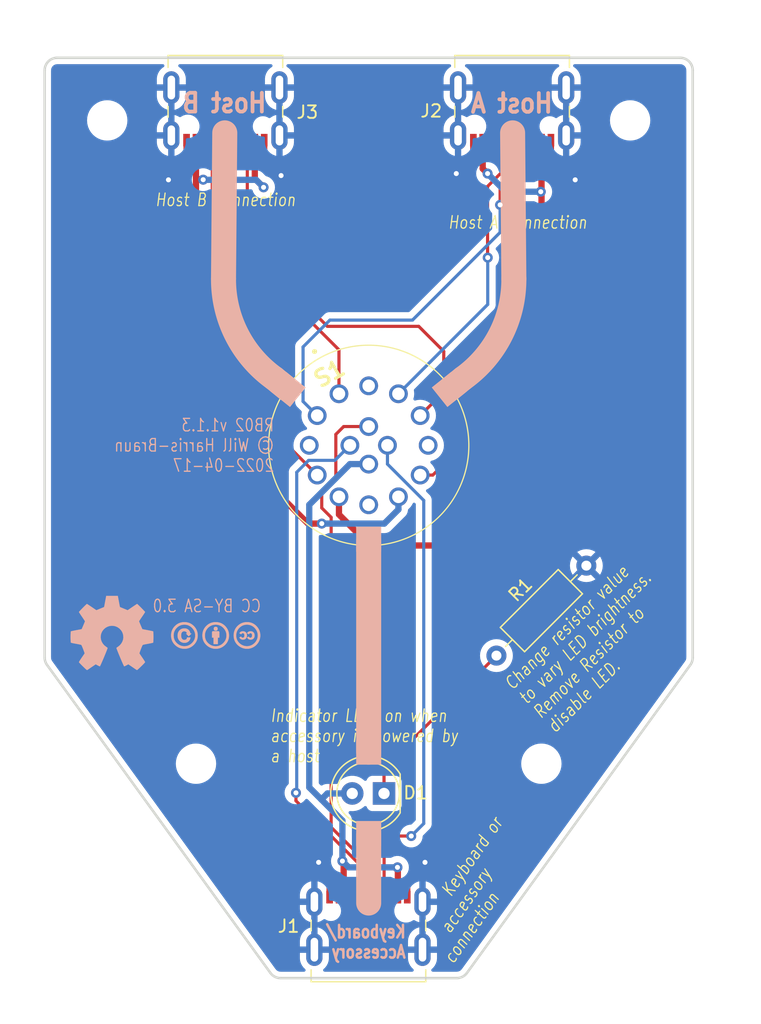
<source format=kicad_pcb>
(kicad_pcb (version 20211014) (generator pcbnew)
  (layers (0 "F.Cu" signal) (31 "B.Cu" signal) (34 "B.Paste" user) (35 "F.Paste" user) (36 "B.SilkS" user "B.Silkscreen") (37 "F.SilkS" user "F.Silkscreen") (38 "B.Mask" user) (39 "F.Mask" user) (44 "Edge.Cuts" user))
  (net 0 "")
  (net 1 "Net-(D1-Pad1)")
  (net 2 "/VBUS A")
  (net 3 "/VBUS B")
  (net 4 "/Common Ground")
  (net 5 "/VBUS in")
  (net 6 "/CC in")
  (net 8 "/D+ in")
  (net 10 "/D- in")
  (net 15 "/CC A")
  (net 16 "/D+ A")
  (net 17 "/D- A")
  (net 18 "/D- B")
  (net 19 "/D+ B")
  (net 20 "/CC B")
  (footprint "MountingHole:MountingHole_2.2mm_M2" (layer "F.Cu") (at 163.79902 119.624214)
    (fp_text reference "REF**" hide)
    (fp_text value "MountingHole_2.2mm_M2" hide)
  )
  (footprint "LED_THT:LED_D5.0mm_Clear" (layer "F.Cu") (at 151.225 122 180)
    (fp_text reference "D1")
    (fp_text value "LED")
  )
  (footprint "Library:USB_C_Receptacle_JAE_DX07S016JA1R1500_AislerCompatible" (layer "F.Cu") (at 149.98 133.325)
    (fp_text reference "J1")
    (fp_text value "IN")
  )
  (footprint "MountingHole:MountingHole_2.2mm_M2" (layer "F.Cu") (at 136.20098 119.624214)
    (fp_text reference "REF**" hide)
    (fp_text value "MountingHole_2.2mm_M2" hide)
  )
  (footprint "MountingHole:MountingHole_2.2mm_M2" (layer "F.Cu") (at 129.108686 68.254719)
    (fp_text reference "REF**" hide)
    (fp_text value "MountingHole_2.2mm_M2" hide)
  )
  (footprint "Resistor_THT:R_Axial_DIN0207_L6.3mm_D2.5mm_P10.16mm_Horizontal" (layer "F.Cu") (at 160.207898 110.992103 45)
    (fp_text reference "R1")
    (fp_text value "5.1K")
  )
  (footprint "Library:Rotary_Switch_NKK_MRA403-BB_2-3" (layer "F.Cu") (at 150 94.2 30)
    (fp_text reference "S1")
    (fp_text value "MRA403" hide)
  )
  (footprint "MountingHole:MountingHole_2.2mm_M2" (layer "F.Cu") (at 170.891314 68.254719)
    (fp_text reference "REF**" hide)
    (fp_text value "MountingHole_2.2mm_M2" hide)
  )
  (footprint "Library:USB_C_Receptacle_JAE_DX07S016JA1R1500_AislerCompatible" (layer "F.Cu") (at 138.55 66.78 180)
    (fp_text reference "J3")
    (fp_text value "Out B")
  )
  (footprint "Library:USB_C_Receptacle_JAE_DX07S016JA1R1500_AislerCompatible" (layer "F.Cu") (at 161.46 66.78 180)
    (fp_text reference "J2")
    (fp_text value "Out A")
  )
  (footprint "Symbol:OSHW-Symbol_6.7x6mm_SilkScreen" (layer "B.Cu") (at 129.5 109.2 180)
    (fp_text reference "REF**" hide)
    (fp_text value "OSHW-Symbol_6.7x6mm_SilkScreen" hide)
  )
  (gr_poly (pts (xy 135.222296 108.325568) (xy 135.168383 108.329179) (xy 135.115533 108.335196) (xy 135.063745 108.34362) (xy 135.013019 108.35445) (xy 134.963356 108.367688) (xy 134.914755 108.383332) (xy 134.867216 108.401384) (xy 134.820739 108.421842) (xy 134.775324 108.444706) (xy 134.730971 108.469978) (xy 134.687679 108.497657) (xy 134.645449 108.527742) (xy 134.60428 108.560234) (xy 134.564173 108.595133) (xy 134.525127 108.632439) (xy 134.487832 108.671251) (xy 134.452941 108.71114) (xy 134.420454 108.752106) (xy 134.390372 108.794148) (xy 134.362695 108.837268) (xy 134.337423 108.881465) (xy 134.314556 108.926739) (xy 134.294096 108.97309) (xy 134.276041 109.020519) (xy 134.260393 109.069026) (xy 134.247151 109.11861) (xy 134.236316 109.169272) (xy 134.227889 109.221011) (xy 134.221869 109.273829) (xy 134.218257 109.327724) (xy 134.217052 109.382698) (xy 134.218234 109.437661) (xy 134.221779 109.4915) (xy 134.227687 109.544214) (xy 134.235959 109.595804) (xy 134.246593 109.646271) (xy 134.259591 109.695614) (xy 134.274951 109.743833) (xy 134.292674 109.79093) (xy 134.312759 109.836903) (xy 134.335207 109.881755) (xy 134.360018 109.925484) (xy 134.387191 109.96809) (xy 134.416726 110.009575) (xy 134.448623 110.049939) (xy 134.482883 110.089181) (xy 134.519504 110.127302) (xy 134.559887 110.165293) (xy 134.601201 110.200832) (xy 134.643447 110.233921) (xy 134.686623 110.264559) (xy 134.730731 110.292745) (xy 134.775768 110.318481) (xy 134.821736 110.341766) (xy 134.868634 110.362599) (xy 134.916462 110.380982) (xy 134.96522 110.396913) (xy 135.014906 110.410394) (xy 135.065522 110.421423) (xy 135.117067 110.430002) (xy 135.16954 110.43613) (xy 135.222941 110.439806) (xy 135.277271 110.441032) (xy 135.330461 110.439813) (xy 135.382764 110.436159) (xy 135.434179 110.430068) (xy 135.484707 110.421541) (xy 135.534348 110.410578) (xy 135.583102 110.397178) (xy 135.630969 110.381343) (xy 135.677949 110.36307) (xy 135.724043 110.342362) (xy 135.769249 110.319217) (xy 135.813569 110.293636) (xy 135.857003 110.265619) (xy 135.89955 110.235165) (xy 135.941211 110.202276) (xy 135.981986 110.166949) (xy 136.021875 110.129187) (xy 136.059631 110.089733) (xy 136.094954 110.04932) (xy 136.127841 110.007948) (xy 136.158293 109.965617) (xy 136.186309 109.922325) (xy 136.21189 109.878074) (xy 136.235036 109.832863) (xy 136.255745 109.786692) (xy 136.274019 109.739561) (xy 136.289857 109.691468) (xy 136.303259 109.642415) (xy 136.314224 109.592401) (xy 136.322753 109.541426) (xy 136.328845 109.489489) (xy 136.3325 109.436591) (xy 136.333719 109.382731) (xy 136.333718 109.382698) (xy 136.142855 109.382698) (xy 136.141851 109.426497) (xy 136.13884 109.469526) (xy 136.133821 109.511785) (xy 136.126794 109.553276) (xy 136.11776 109.593998) (xy 136.106718 109.63395) (xy 136.093668 109.673135) (xy 136.078611 109.711551) (xy 136.061546 109.749198) (xy 136.042474 109.786078) (xy 136.021394 109.82219) (xy 135.998306 109.857534) (xy 135.973211 109.892111) (xy 135.946108 109.925921) (xy 135.916997 109.958964) (xy 135.885879 109.99124) (xy 135.853367 110.02237) (xy 135.820087 110.051489) (xy 135.78604 110.078599) (xy 135.751226 110.1037) (xy 135.715644 110.126792) (xy 135.679294 110.147875) (xy 135.642177 110.166948) (xy 135.604292 110.184014) (xy 135.565639 110.199071) (xy 135.526218 110.212119) (xy 135.48603 110.22316) (xy 135.445073 110.232193) (xy 135.403349 110.239218) (xy 135.360856 110.244236) (xy 135.317595 110.247246) (xy 135.273567 110.24825) (xy 135.229749 110.247238) (xy 135.186639 110.244205) (xy 135.144236 110.239149) (xy 135.10254 110.23207) (xy 135.061553 110.222969) (xy 135.021273 110.211845) (xy 134.981701 110.198699) (xy 134.942838 110.18353) (xy 134.904683 110.166338) (xy 134.867236 110.147124) (xy 134.830499 110.125886) (xy 134.79447 110.102626) (xy 134.759151 110.077343) (xy 134.724542 110.050036) (xy 134.690642 110.020707) (xy 134.657451 109.989355) (xy 134.627241 109.958638) (xy 134.598979 109.926962) (xy 134.572667 109.894326) (xy 134.548304 109.86073) (xy 134.525891 109.826174) (xy 134.505426 109.790658) (xy 134.486911 109.754183) (xy 134.470346 109.716747) (xy 134.455729 109.678352) (xy 134.443061 109.638996) (xy 134.432342 109.59868) (xy 134.423573 109.557404) (xy 134.416752 109.515168) (xy 134.41188 109.471972) (xy 134.408957 109.427815) (xy 134.407982 109.382698) (xy 134.408972 109.337791) (xy 134.41194 109.293769) (xy 134.416887 109.250631) (xy 134.423813 109.208379) (xy 134.432716 109.167011) (xy 134.443598 109.126529) (xy 134.456458 109.086931) (xy 134.471296 109.04822) (xy 134.488112 109.010393) (xy 134.506906 108.973453) (xy 134.527677 108.937398) (xy 134.550425 108.90223) (xy 134.57515 108.867948) (xy 134.601853 108.834552) (xy 134.630532 108.802042) (xy 134.661189 108.770419) (xy 134.693038 108.739512) (xy 134.725744 108.710601) (xy 134.759307 108.683685) (xy 134.793725 108.658765) (xy 134.829 108.635839) (xy 134.865131 108.614909) (xy 134.902118 108.595972) (xy 134.93996 108.579031) (xy 134.978659 108.564083) (xy 135.018213 108.551129) (xy 135.058622 108.540168) (xy 135.099887 108.531201) (xy 135.142008 108.524228) (xy 135.184984 108.519246) (xy 135.228815 108.516258) (xy 135.273501 108.515262) (xy 135.318185 108.516259) (xy 135.361998 108.519249) (xy 135.404939 108.524233) (xy 135.44701 108.531211) (xy 135.488209 108.540182) (xy 135.528538 108.551146) (xy 135.567995 108.564104) (xy 135.606582 108.579055) (xy 135.644298 108.596) (xy 135.681143 108.614938) (xy 135.717117 108.635869) (xy 135.75222 108.658793) (xy 135.786453 108.68371) (xy 135.819815 108.71062) (xy 135.852306 108.739523) (xy 135.883927 108.770419) (xy 135.915286 108.8036) (xy 135.94462 108.837459) (xy 135.971931 108.871996) (xy 135.997218 108.907211) (xy 136.020481 108.943105) (xy 136.041721 108.979676) (xy 136.060938 109.016926) (xy 136.078132 109.054855) (xy 136.093302 109.093461) (xy 136.106449 109.132746) (xy 136.117574 109.172709) (xy 136.126675 109.21335) (xy 136.133754 109.25467) (xy 136.13881 109.296668) (xy 136.141844 109.339344) (xy 136.142855 109.382698) (xy 136.333718 109.382698) (xy 136.3325 109.329088) (xy 136.328845 109.276346) (xy 136.322753 109.224503) (xy 136.314224 109.17356) (xy 136.303259 109.123518) (xy 136.289857 109.074375) (xy 136.274019 109.026133) (xy 136.255745 108.978791) (xy 136.235036 108.93235) (xy 136.21189 108.886808) (xy 136.186309 108.842168) (xy 136.158293 108.798427) (xy 136.127841 108.755588) (xy 136.094954 108.713649) (xy 136.059631 108.67261) (xy 136.021875 108.632472) (xy 135.982869 108.595161) (xy 135.942859 108.560256) (xy 135.901845 108.52776) (xy 135.859826 108.497671) (xy 135.816803 108.469989) (xy 135.772775 108.444715) (xy 135.727743 108.421847) (xy 135.681707 108.401388) (xy 135.634667 108.383335) (xy 135.586622 108.36769) (xy 135.537574 108.354451) (xy 135.487521 108.34362) (xy 135.436464 108.335196) (xy 135.384404 108.329179) (xy 135.331339 108.325568) (xy 135.277271 108.324365)) (layer "B.SilkS") (width 0.025) (fill solid))
  (gr_rect (start 151 117.7) (end 149 119.7) (layer "B.SilkS") (width 0) (fill solid))
  (gr_poly (pts (xy 137.766312 108.698731) (xy 137.757527 108.699168) (xy 137.74903 108.699897) (xy 137.740822 108.700917) (xy 137.732902 108.702228) (xy 137.72527 108.703832) (xy 137.717927 108.705726) (xy 137.710872 108.707913) (xy 137.704106 108.71039) (xy 137.697628 108.71316) (xy 137.691438 108.716221) (xy 137.685536 108.719573) (xy 137.679922 108.723217) (xy 137.674597 108.727153) (xy 137.66956 108.731381) (xy 137.664811 108.7359) (xy 137.660349 108.74071) (xy 137.656176 108.745813) (xy 137.652291 108.751207) (xy 137.648694 108.756892) (xy 137.645385 108.76287) (xy 137.642364 108.769139) (xy 137.63963 108.775699) (xy 137.637185 108.782552) (xy 137.635027 108.789696) (xy 137.633157 108.797132) (xy 137.631575 108.80486) (xy 137.630281 108.81288) (xy 137.629274 108.821191) (xy 137.628555 108.829794) (xy 137.628124 108.838689) (xy 137.62798 108.847876) (xy 137.628124 108.856944) (xy 137.628556 108.865724) (xy 137.629276 108.874217) (xy 137.630283 108.882421) (xy 137.631579 108.890338) (xy 137.633163 108.897967) (xy 137.635035 108.905308) (xy 137.637194 108.912362) (xy 137.639642 108.919127) (xy 137.642377 108.925605) (xy 137.6454 108.931795) (xy 137.648712 108.937697) (xy 137.652311 108.943311) (xy 137.656198 108.948637) (xy 137.660373 108.953676) (xy 137.664835 108.958427) (xy 137.669586 108.962889) (xy 137.674624 108.967064) (xy 137.679951 108.970951) (xy 137.685565 108.97455) (xy 137.691467 108.977861) (xy 137.697657 108.980885) (xy 137.704135 108.98362) (xy 137.7109 108.986068) (xy 137.717954 108.988227) (xy 137.725295 108.990099) (xy 137.732924 108.991683) (xy 137.740841 108.992978) (xy 137.749045 108.993986) (xy 137.757538 108.994706) (xy 137.766318 108.995138) (xy 137.775386 108.995282) (xy 137.784454 108.995138) (xy 137.793234 108.994706) (xy 137.801727 108.993986) (xy 137.809932 108.992978) (xy 137.81785 108.991683) (xy 137.82548 108.990099) (xy 137.832822 108.988227) (xy 137.839876 108.986068) (xy 137.846643 108.98362) (xy 137.853122 108.980885) (xy 137.859313 108.977861) (xy 137.865217 108.97455) (xy 137.870833 108.970951) (xy 137.87616 108.967064) (xy 137.8812 108.962889) (xy 137.885953 108.958427) (xy 137.890417 108.953676) (xy 137.894593 108.948637) (xy 137.898482 108.943311) (xy 137.902082 108.937697) (xy 137.905395 108.931795) (xy 137.90842 108.925605) (xy 137.911156 108.919127) (xy 137.913605 108.912362) (xy 137.915766 108.905308) (xy 137.917639 108.897967) (xy 137.919223 108.890338) (xy 137.92052 108.882421) (xy 137.921528 108.874217) (xy 137.922248 108.865724) (xy 137.922681 108.856944) (xy 137.922825 108.847876) (xy 137.922249 108.829805) (xy 137.92153 108.821206) (xy 137.920522 108.812899) (xy 137.919227 108.804882) (xy 137.917644 108.797157) (xy 137.915773 108.789723) (xy 137.913614 108.78258) (xy 137.911168 108.775728) (xy 137.908433 108.769168) (xy 137.90541 108.762899) (xy 137.9021 108.756921) (xy 137.898501 108.751235) (xy 137.894615 108.74584) (xy 137.89044 108.740736) (xy 137.885977 108.735924) (xy 137.881227 108.731404) (xy 137.876188 108.727175) (xy 137.870861 108.723237) (xy 137.865246 108.719591) (xy 137.859343 108.716236) (xy 137.853151 108.713173) (xy 137.846672 108.710402) (xy 137.839904 108.707922) (xy 137.832848 108.705734) (xy 137.825504 108.703837) (xy 137.817872 108.702233) (xy 137.809951 108.70092) (xy 137.801742 108.699898) (xy 137.793245 108.699169) (xy 137.78446 108.698731) (xy 137.775386 108.698585)) (layer "B.SilkS") (width 0.025) (fill solid))
  (gr_rect (start 149 126.2) (end 151 124.2) (layer "B.SilkS") (width 0) (fill solid))
  (gr_line (start 143.5 89.7) (end 142.45 88.85) (layer "B.SilkS") (width 2))
  (gr_line (start 150 101.8) (end 150 118.7) (layer "B.SilkS") (width 2))
  (gr_poly (pts (xy 156.598685 88.331702) (xy 155.037824 89.582187) (xy 156.288309 91.143048) (xy 157.84917 89.892563)) (layer "B.SilkS") (width 0) (fill solid))
  (gr_line (start 138.5 69.25) (end 138.4 80.9) (layer "B.SilkS") (width 2))
  (gr_rect (start 149 102.7) (end 151 100.7) (layer "B.SilkS") (width 0) (fill solid))
  (gr_line (start 157.55 88.85) (end 156.5 89.7) (layer "B.SilkS") (width 2))
  (gr_poly (pts (xy 137.72208 108.325561) (xy 137.667979 108.329148) (xy 137.614968 108.335126) (xy 137.563047 108.343497) (xy 137.512217 108.354259) (xy 137.462479 108.367412) (xy 137.413831 108.382958) (xy 137.366274 108.400896) (xy 137.319808 108.421226) (xy 137.274435 108.443947) (xy 137.230153 108.469062) (xy 137.186963 108.496568) (xy 137.144865 108.526468) (xy 137.10386 108.558759) (xy 137.063947 108.593444) (xy 137.025127 108.630521) (xy 136.987832 108.669562) (xy 136.952941 108.709665) (xy 136.920454 108.750831) (xy 136.890372 108.79306) (xy 136.862695 108.836351) (xy 136.837423 108.880706) (xy 136.814556 108.926123) (xy 136.794096 108.972602) (xy 136.776041 109.020145) (xy 136.760393 109.06875) (xy 136.747151 109.118418) (xy 136.736316 109.169149) (xy 136.727889 109.220942) (xy 136.721869 109.273798) (xy 136.718257 109.327717) (xy 136.717052 109.382698) (xy 136.718234 109.437869) (xy 136.721779 109.491873) (xy 136.727687 109.54471) (xy 136.735959 109.596379) (xy 136.746593 109.646881) (xy 136.759591 109.696216) (xy 136.774951 109.744384) (xy 136.792674 109.791384) (xy 136.812759 109.837218) (xy 136.835207 109.881885) (xy 136.860018 109.925385) (xy 136.887191 109.967718) (xy 136.916726 110.008885) (xy 136.948623 110.048884) (xy 136.982883 110.087717) (xy 137.019504 110.125384) (xy 137.060113 110.163609) (xy 137.101622 110.199367) (xy 137.144031 110.232659) (xy 137.187339 110.263484) (xy 137.231549 110.291844) (xy 137.276658 110.317737) (xy 137.322667 110.341163) (xy 137.369577 110.362124) (xy 137.417387 110.380618) (xy 137.466097 110.396647) (xy 137.515708 110.410209) (xy 137.56622 110.421305) (xy 137.617632 110.429936) (xy 137.669944 110.4361) (xy 137.723157 110.439799) (xy 137.777271 110.441032) (xy 137.830461 110.439813) (xy 137.882764 110.436158) (xy 137.934179 110.430065) (xy 137.984707 110.421536) (xy 138.034348 110.41057) (xy 138.083102 110.397168) (xy 138.130969 110.381329) (xy 138.177949 110.363054) (xy 138.224043 110.342342) (xy 138.269249 110.319195) (xy 138.313569 110.293611) (xy 138.357003 110.265591) (xy 138.39955 110.235135) (xy 138.441211 110.202244) (xy 138.481986 110.166917) (xy 138.521875 110.129154) (xy 138.559631 110.089694) (xy 138.594954 110.049276) (xy 138.627841 110.0079) (xy 138.658293 109.965565) (xy 138.686309 109.922271) (xy 138.71189 109.878018) (xy 138.735036 109.832806) (xy 138.755745 109.786634) (xy 138.774019 109.739503) (xy 138.789857 109.691412) (xy 138.803259 109.642361) (xy 138.814224 109.59235) (xy 138.822753 109.541378) (xy 138.828845 109.489446) (xy 138.8325 109.436552) (xy 138.833718 109.382731) (xy 138.642855 109.382731) (xy 138.641851 109.426304) (xy 138.63884 109.469138) (xy 138.633821 109.511234) (xy 138.626794 109.552592) (xy 138.61776 109.593211) (xy 138.606718 109.63309) (xy 138.593668 109.672231) (xy 138.578611 109.710633) (xy 138.561546 109.748295) (xy 138.542474 109.785217) (xy 138.521394 109.8214) (xy 138.498306 109.856842) (xy 138.473211 109.891544) (xy 138.446108 109.925506) (xy 138.416997 109.958727) (xy 138.385879 109.991207) (xy 138.353367 110.022336) (xy 138.320087 110.051456) (xy 138.28604 110.078566) (xy 138.251226 110.103667) (xy 138.215644 110.126759) (xy 138.179294 110.147841) (xy 138.142177 110.166915) (xy 138.104292 110.183981) (xy 138.065639 110.199037) (xy 138.026218 110.212086) (xy 137.98603 110.223127) (xy 137.945073 110.23216) (xy 137.903349 110.239185) (xy 137.860856 110.244203) (xy 137.817595 110.247213) (xy 137.773567 110.248216) (xy 137.729749 110.247206) (xy 137.686639 110.244174) (xy 137.644236 110.239121) (xy 137.60254 110.232046) (xy 137.561553 110.222949) (xy 137.521273 110.21183) (xy 137.481701 110.198687) (xy 137.442838 110.183522) (xy 137.404683 110.166333) (xy 137.367236 110.14712) (xy 137.330499 110.125883) (xy 137.29447 110.102621) (xy 137.259151 110.077334) (xy 137.224542 110.050022) (xy 137.190642 110.020685) (xy 137.157451 109.989322) (xy 137.127241 109.958826) (xy 137.098979 109.927341) (xy 137.072667 109.894867) (xy 137.048304 109.861403) (xy 137.025891 109.826951) (xy 137.005426 109.791509) (xy 136.986911 109.755077) (xy 136.970346 109.717657) (xy 136.955729 109.679246) (xy 136.943061 109.639847) (xy 136.932342 109.599457) (xy 136.923573 109.558078) (xy 136.916752 109.51571) (xy 136.91188 109.472351) (xy 136.908957 109.428003) (xy 136.907982 109.382665) (xy 136.908972 109.337967) (xy 136.91194 109.294111) (xy 136.916887 109.251097) (xy 136.923813 109.208925) (xy 136.932716 109.167595) (xy 136.943598 109.127106) (xy 136.956458 109.087459) (xy 136.971296 109.048654) (xy 136.988112 109.010689) (xy 137.006906 108.973565) (xy 137.027677 108.937282) (xy 137.050425 108.901839) (xy 137.07515 108.867236) (xy 137.101853 108.833474) (xy 137.130532 108.800551) (xy 137.161189 108.768468) (xy 137.193253 108.737806) (xy 137.226146 108.709123) (xy 137.259866 108.682418) (xy 137.294414 108.65769) (xy 137.329789 108.634941) (xy 137.365991 108.614171) (xy 137.403021 108.595378) (xy 137.440878 108.578563) (xy 137.479562 108.563727) (xy 137.519073 108.550869) (xy 137.559411 108.539989) (xy 137.600576 108.531087) (xy 137.642567 108.524164) (xy 137.685385 108.519218) (xy 137.72903 108.516251) (xy 137.773501 108.515262) (xy 137.818185 108.516251) (xy 137.861998 108.51922) (xy 137.904939 108.524167) (xy 137.94701 108.531092) (xy 137.988209 108.539997) (xy 138.028538 108.550879) (xy 138.067995 108.563741) (xy 138.106582 108.57858) (xy 138.144298 108.595398) (xy 138.181143 108.614193) (xy 138.217117 108.634967) (xy 138.25222 108.657718) (xy 138.286453 108.682448) (xy 138.319815 108.709155) (xy 138.352306 108.737839) (xy 138.383927 108.768501) (xy 138.415286 108.80191) (xy 138.44462 108.835984) (xy 138.471931 108.870721) (xy 138.497218 108.906123) (xy 138.520481 108.942189) (xy 138.541721 108.978919) (xy 138.560938 109.016313) (xy 138.578132 109.054371) (xy 138.593302 109.093093) (xy 138.606449 109.132479) (xy 138.617574 109.172528) (xy 138.626675 109.213241) (xy 138.633754 109.254618) (xy 138.63881 109.296659) (xy 138.641844 109.339363) (xy 138.642855 109.382731) (xy 138.833718 109.382731) (xy 138.833719 109.382698) (xy 138.8325 109.328827) (xy 138.828845 109.275871) (xy 138.822753 109.223829) (xy 138.814224 109.172702) (xy 138.803259 109.12249) (xy 138.789857 109.073193) (xy 138.774019 109.024811) (xy 138.755745 108.977344) (xy 138.735036 108.930792) (xy 138.71189 108.885155) (xy 138.686309 108.840434) (xy 138.658293 108.796627) (xy 138.627841 108.753736) (xy 138.594954 108.71176) (xy 138.559631 108.670699) (xy 138.521875 108.630554) (xy 138.483085 108.593471) (xy 138.443263 108.558781) (xy 138.40241 108.526485) (xy 138.360524 108.496582) (xy 138.317605 108.469073) (xy 138.273653 108.443956) (xy 138.228668 108.421231) (xy 138.18265 108.4009) (xy 138.135598 108.382961) (xy 138.087512 108.367414) (xy 138.038392 108.35426) (xy 137.988237 108.343497) (xy 137.937048 108.335127) (xy 137.884824 108.329148) (xy 137.831565 108.325561) (xy 137.777271 108.324365)) (layer "B.SilkS") (width 0.025) (fill solid))
  (gr_poly (pts (xy 135.250331 108.825816) (xy 135.22035 108.827699) (xy 135.191164 108.830838) (xy 135.162773 108.835232) (xy 135.135179 108.840881) (xy 135.10838 108.847784) (xy 135.082377 108.855943) (xy 135.057171 108.865355) (xy 135.032761 108.876022) (xy 135.009149 108.887943) (xy 134.986334 108.901117) (xy 134.964317 108.915545) (xy 134.943098 108.931227) (xy 134.922678 108.948162) (xy 134.903056 108.96635) (xy 134.884232 108.98579) (xy 134.866384 109.006224) (xy 134.849687 109.027367) (xy 134.834141 109.04922) (xy 134.819747 109.071781) (xy 134.806504 109.095051) (xy 134.794412 109.11903) (xy 134.783471 109.143717) (xy 134.773682 109.169113) (xy 134.765044 109.195218) (xy 134.757558 109.222031) (xy 134.751224 109.249552) (xy 134.746041 109.277782) (xy 134.74201 109.306719) (xy 134.73913 109.336365) (xy 134.737402 109.366718) (xy 134.736826 109.39778) (xy 134.737424 109.427937) (xy 134.739218 109.45745) (xy 134.742208 109.486321) (xy 134.746394 109.514548) (xy 134.751775 109.542132) (xy 134.758352 109.569073) (xy 134.766124 109.595371) (xy 134.775092 109.621026) (xy 134.785255 109.646038) (xy 134.796613 109.670407) (xy 134.809166 109.694133) (xy 134.822914 109.717216) (xy 134.837857 109.739656) (xy 134.853995 109.761454) (xy 134.871328 109.782609) (xy 134.889855 109.803121) (xy 134.909357 109.822682) (xy 134.929564 109.840982) (xy 134.950478 109.858022) (xy 134.972099 109.8738) (xy 134.994426 109.888317) (xy 135.017461 109.901573) (xy 135.041203 109.913568) (xy 135.065654 109.9243) (xy 135.090813 109.933771) (xy 135.116681 109.94198) (xy 135.143258 109.948926) (xy 135.170545 109.95461) (xy 135.198541 109.959031) (xy 135.227249 109.962189) (xy 135.256667 109.964084) (xy 135.286796 109.964716) (xy 135.309046 109.964295) (xy 135.330912 109.963033) (xy 135.352395 109.96093) (xy 135.373494 109.957986) (xy 135.394209 109.954201) (xy 135.41454 109.949573) (xy 135.434487 109.944105) (xy 135.45405 109.937794) (xy 135.473229 109.930642) (xy 135.492023 109.922648) (xy 135.510434 109.913812) (xy 135.52846 109.904133) (xy 135.546102 109.893613) (xy 135.56336 109.88225) (xy 135.580233 109.870045) (xy 135.596722 109.856997) (xy 135.612618 109.843174) (xy 135.627702 109.828644) (xy 135.641972 109.813405) (xy 135.65543 109.797459) (xy 135.668075 109.780804) (xy 135.679908 109.763441) (xy 135.690929 109.74537) (xy 135.701137 109.726591) (xy 135.710534 109.707103) (xy 135.719119 109.686906) (xy 135.726892 109.666001) (xy 135.733853 109.644387) (xy 135.740003 109.622064) (xy 135.745342 109.599032) (xy 135.74987 109.575291) (xy 135.753587 109.550841) (xy 135.487052 109.550841) (xy 135.486255 109.562702) (xy 135.48504 109.574186) (xy 135.483408 109.585293) (xy 135.481358 109.596024) (xy 135.478892 109.606379) (xy 135.476008 109.616357) (xy 135.472707 109.625958) (xy 135.468988 109.635183) (xy 135.464853 109.644032) (xy 135.4603 109.652504) (xy 135.45533 109.660599) (xy 135.449943 109.668318) (xy 135.444139 109.67566) (xy 135.437917 109.682626) (xy 135.431278 109.689215) (xy 135.424222 109.695428) (xy 135.416749 109.701264) (xy 135.408858 109.706723) (xy 135.400551 109.711807) (xy 135.391826 109.716513) (xy 135.382683 109.720843) (xy 135.373124 109.724797) (xy 135.363147 109.728374) (xy 135.352754 109.731574) (xy 135.341942 109.734398) (xy 135.330714 109.736846) (xy 135.319069 109.738917) (xy 135.307006 109.740611) (xy 135.294526 109.741929) (xy 135.281629 109.74287) (xy 135.268314 109.743435) (xy 135.254583 109.743623) (xy 135.240824 109.743246) (xy 135.227402 109.742116) (xy 135.214318 109.740233) (xy 135.201572 109.737597) (xy 135.189164 109.734207) (xy 135.177094 109.730065) (xy 135.165363 109.725169) (xy 135.153971 109.719521) (xy 135.142918 109.71312) (xy 135.132204 109.705967) (xy 135.12183 109.698061) (xy 135.111796 109.689403) (xy 135.102102 109.679993) (xy 135.092748 109.66983) (xy 135.083735 109.658915) (xy 135.075063 109.647248) (xy 135.066815 109.634954) (xy 135.0591 109.622156) (xy 135.051916 109.608854) (xy 135.045266 109.59505) (xy 135.039147 109.580742) (xy 135.033561 109.565932) (xy 135.028508 109.550619) (xy 135.023986 109.534805) (xy 135.019996 109.518488) (xy 135.016539 109.50167) (xy 135.013614 109.48435) (xy 135.01122 109.466529) (xy 135.009359 109.448208) (xy 135.008029 109.429385) (xy 135.007232 109.410062) (xy 135.006966 109.390239) (xy 135.00721 109.369525) (xy 135.007941 109.34944) (xy 135.009159 109.329983) (xy 135.010865 109.311154) (xy 135.013058 109.292953) (xy 135.015738 109.27538) (xy 135.018906 109.258435) (xy 135.02256 109.242118) (xy 135.0267 109.226428) (xy 135.031328 109.211365) (xy 135.036442 109.19693) (xy 135.042043 109.183121) (xy 135.04813 109.16994) (xy 135.054703 109.157385) (xy 135.061763 109.145457) (xy 135.069308 109.134155) (xy 135.077322 109.123516) (xy 135.085763 109.113563) (xy 135.094631 109.104296) (xy 135.103926 109.095715) (xy 135.113649 109.08782) (xy 135.123799 109.080612) (xy 135.134377 109.074089) (xy 135.145384 109.068253) (xy 135.15682 109.063104) (xy 135.168684 109.058641) (xy 135.180977 109.054864) (xy 135.193701 109.051774) (xy 135.206853 109.049371) (xy 135.220437 109.047654) (xy 135.23445 109.046624) (xy 135.248894 109.046281) (xy 135.274636 109.047011) (xy 135.29893 109.049203) (xy 135.321775 109.052856) (xy 135.343172 109.05797) (xy 135.353327 109.061075) (xy 135.363121 109.064546) (xy 135.372552 109.068382) (xy 135.381621 109.072583) (xy 135.390329 109.07715) (xy 135.398674 109.082082) (xy 135.406658 109.087379) (xy 135.414279 109.093042) (xy 135.421539 109.09907) (xy 135.428437 109.105463) (xy 135.434973 109.112222) (xy 135.441147 109.119346) (xy 135.446959 109.126836) (xy 135.45241 109.134691) (xy 135.457498 109.142912) (xy 135.462225 109.151497) (xy 135.46659 109.160449) (xy 135.470594 109.169766) (xy 135.474236 109.179448) (xy 135.477516 109.189496) (xy 135.480434 109.199909) (xy 135.482991 109.210687) (xy 135.487019 109.233341) (xy 135.409529 109.233341) (xy 135.619278 109.443123) (xy 135.829059 109.233341) (xy 135.74598 109.233374) (xy 135.741827 109.209384) (xy 135.736922 109.186081) (xy 135.731263 109.163464) (xy 135.724852 109.141535) (xy 135.717687 109.120292) (xy 135.70977 109.099736) (xy 135.701099 109.079866) (xy 135.691675 109.060684) (xy 135.681497 109.042188) (xy 135.670566 109.024379) (xy 135.658881 109.007257) (xy 135.646442 108.990821) (xy 135.63325 108.975073) (xy 135.619303 108.960011) (xy 135.604603 108.945636) (xy 135.589148 108.931948) (xy 135.573109 108.91902) (xy 135.556642 108.906926) (xy 135.539746 108.895666) (xy 135.522423 108.88524) (xy 135.504671 108.875649) (xy 135.486491 108.866891) (xy 135.467882 108.858968) (xy 135.448845 108.851878) (xy 135.429379 108.845623) (xy 135.409484 108.840201) (xy 135.389161 108.835614) (xy 135.368408 108.831861) (xy 135.347227 108.828941) (xy 135.325616 108.826856) (xy 135.303576 108.825605) (xy 135.281107 108.825188)) (layer "B.SilkS") (width 0.025) (fill solid))
  (gr_line (start 150 125.3) (end 150 130.75) (layer "B.SilkS") (width 2))
  (gr_arc (start 161.6 80.9) (mid 160.54215 85.367699) (end 157.55 88.85) (layer "B.SilkS") (width 2))
  (gr_poly (pts (xy 139.931923 109.054557) (xy 139.908681 109.056341) (xy 139.886324 109.059322) (xy 139.864852 109.063501) (xy 139.844265 109.068876) (xy 139.824564 109.075449) (xy 139.805749 109.083219) (xy 139.78782 109.092186) (xy 139.770778 109.10235) (xy 139.754622 109.11371) (xy 139.739353 109.126267) (xy 139.724971 109.140021) (xy 139.711476 109.154971) (xy 139.698869 109.171117) (xy 139.68715 109.18846) (xy 139.676319 109.206999) (xy 139.816184 109.280718) (xy 139.819059 109.274931) (xy 139.822016 109.269363) (xy 139.825055 109.264015) (xy 139.828176 109.258886) (xy 139.831378 109.253978) (xy 139.834662 109.24929) (xy 139.838027 109.244823) (xy 139.841473 109.240576) (xy 139.845 109.23655) (xy 139.848608 109.232746) (xy 139.852296 109.229163) (xy 139.856066 109.225801) (xy 139.859915 109.222661) (xy 139.863845 109.219743) (xy 139.867855 109.217046) (xy 139.871945 109.214573) (xy 139.876076 109.212289) (xy 139.880185 109.210153) (xy 139.884271 109.208163) (xy 139.888333 109.20632) (xy 139.892373 109.204624) (xy 139.89639 109.203074) (xy 139.900383 109.201672) (xy 139.904353 109.200417) (xy 139.908299 109.19931) (xy 139.912221 109.198349) (xy 139.916119 109.197537) (xy 139.919993 109.196871) (xy 139.923844 109.196354) (xy 139.927669 109.195984) (xy 139.93147 109.195762) (xy 139.935247 109.195688) (xy 139.943967 109.195871) (xy 139.95241 109.196419) (xy 139.960577 109.197332) (xy 139.968468 109.19861) (xy 139.976082 109.200254) (xy 139.983419 109.202264) (xy 139.990479 109.204638) (xy 139.997263 109.207378) (xy 140.00377 109.210484) (xy 140.010001 109.213954) (xy 140.015955 109.217791) (xy 140.021632 109.221992) (xy 140.027032 109.226559) (xy 140.032155 109.231492) (xy 140.037002 109.23679) (xy 140.041572 109.242453) (xy 140.045865 109.248482) (xy 140.049881 109.254876) (xy 140.053621 109.261636) (xy 140.057083 109.268762) (xy 140.060269 109.276253) (xy 140.063178 109.284109) (xy 140.065809 109.292331) (xy 140.068164 109.300919) (xy 140.070242 109.309872) (xy 140.072043 109.319191) (xy 140.073567 109.328875) (xy 140.074814 109.338925) (xy 140.075784 109.349341) (xy 140.076476 109.360122) (xy 140.076892 109.371269) (xy 140.07703 109.382781) (xy 140.07689 109.393277) (xy 140.076468 109.403506) (xy 140.075765 109.413469) (xy 140.074781 109.423165) (xy 140.073516 109.432595) (xy 140.071971 109.44176) (xy 140.070145 109.450658) (xy 140.068039 109.459292) (xy 140.065652 109.467659) (xy 140.062986 109.475761) (xy 140.060039 109.483598) (xy 140.056813 109.49117) (xy 140.053307 109.498477) (xy 140.049522 109.505519) (xy 140.045457 109.512297) (xy 140.041113 109.51881) (xy 140.036497 109.524992) (xy 140.031614 109.530775) (xy 140.026466 109.53616) (xy 140.023792 109.538703) (xy 140.021051 109.541146) (xy 140.018244 109.54349) (xy 140.01537 109.545734) (xy 140.012429 109.547878) (xy 140.009422 109.549923) (xy 140.006348 109.551868) (xy 140.003207 109.553713) (xy 139.999999 109.555459) (xy 139.996725 109.557105) (xy 139.989977 109.560097) (xy 139.982961 109.562691) (xy 139.975678 109.564886) (xy 139.968127 109.566682) (xy 139.960309 109.568079) (xy 139.952223 109.569077) (xy 139.943869 109.569675) (xy 139.935247 109.569875) (xy 139.923895 109.56952) (xy 139.912969 109.568457) (xy 139.902471 109.566684) (xy 139.892399 109.564202) (xy 139.882754 109.561011) (xy 139.873537 109.557112) (xy 139.864747 109.552504) (xy 139.856384 109.547187) (xy 139.84845 109.541162) (xy 139.840944 109.534428) (xy 139.833866 109.526986) (xy 139.827216 109.518836) (xy 139.820995 109.509978) (xy 139.815203 109.500412) (xy 139.80984 109.490138) (xy 139.804907 109.479156) (xy 139.672615 109.545302) (xy 139.67816 109.554864) (xy 139.683943 109.564167) (xy 139.689963 109.573211) (xy 139.69622 109.581995) (xy 139.702715 109.59052) (xy 139.709446 109.598786) (xy 139.716414 109.606792) (xy 139.723617 109.61454) (xy 139.731057 109.622029) (xy 139.738733 109.629258) (xy 139.746645 109.63623) (xy 139.754791 109.642942) (xy 139.763173 109.649396) (xy 139.77179 109.655592) (xy 139.780641 109.661529) (xy 139.789726 109.667208) (xy 139.798993 109.672591) (xy 139.808362 109.677625) (xy 139.817835 109.682312) (xy 139.827411 109.68665) (xy 139.837089 109.690641) (xy 139.846871 109.694285) (xy 139.856756 109.697581) (xy 139.866745 109.700529) (xy 139.876836 109.703131) (xy 139.88703 109.705385) (xy 139.897328 109.707292) (xy 139.907728 109.708852) (xy 139.918232 109.710066) (xy 139.928838 109.710932) (xy 139.939548 109.711452) (xy 139.950361 109.711625) (xy 139.968094 109.711286) (xy 139.985375 109.710269) (xy 140.002204 109.708572) (xy 140.018581 109.706197) (xy 140.034507 109.703143) (xy 140.049982 109.69941) (xy 140.065005 109.694997) (xy 140.079577 109.689905) (xy 140.093698 109.684133) (xy 140.107368 109.67768) (xy 140.120587 109.670548) (xy 140.133355 109.662735) (xy 140.145672 109.654242) (xy 140.157539 109.645068) (xy 140.168955 109.635213) (xy 140.17992 109.624677) (xy 140.190348 109.613546) (xy 140.200102 109.601884) (xy 140.209182 109.589691) (xy 140.217588 109.576965) (xy 140.225321 109.563709) (xy 140.23238 109.54992) (xy 140.238766 109.5356) (xy 140.244479 109.520749) (xy 140.249519 109.505367) (xy 140.253886 109.489453) (xy 140.257581 109.473008) (xy 140.260604 109.456031) (xy 140.262954 109.438524) (xy 140.264633 109.420485) (xy 140.26564 109.401915) (xy 140.265976 109.382814) (xy 140.265633 109.364157) (xy 140.264604 109.345989) (xy 140.262888 109.328308) (xy 140.260486 109.311115) (xy 140.257398 109.29441) (xy 140.253623 109.278192) (xy 140.249161 109.262462) (xy 140.244011 109.24722) (xy 140.238175 109.232464) (xy 140.231652 109.218196) (xy 140.224441 109.204414) (xy 140.216542 109.191119) (xy 140.207955 109.178311) (xy 140.198681 109.165989) (xy 140.188719 109.154154) (xy 140.178068 109.142804) (xy 140.166911 109.132051) (xy 140.155391 109.12199) (xy 140.143508 109.112623) (xy 140.131262 109.103949) (xy 140.118654 109.095968) (xy 140.105684 109.088681) (xy 140.092351 109.082087) (xy 140.078655 109.076187) (xy 140.064597 109.070981) (xy 140.050177 109.066469) (xy 140.035395 109.06265) (xy 140.02025 109.059526) (xy 140.004743 109.057095) (xy 139.988874 109.055359) (xy 139.972643 109.054318) (xy 139.95605 109.05397)) (layer "B.SilkS") (width 0.025) (fill solid))
  (gr_poly (pts (xy 140.222329 108.325593) (xy 140.168369 108.329226) (xy 140.11544 108.335282) (xy 140.063544 108.343759) (xy 140.012679 108.354658) (xy 139.962847 108.367979) (xy 139.914048 108.383721) (xy 139.866282 108.401884) (xy 139.819548 108.422469) (xy 139.773849 108.445474) (xy 139.729183 108.470901) (xy 139.685551 108.498748) (xy 139.642954 108.529016) (xy 139.601392 108.561704) (xy 139.560864 108.596813) (xy 139.521372 108.634341) (xy 139.502999 108.653167) (xy 139.485184 108.672326) (xy 139.467929 108.691819) (xy 139.451233 108.711644) (xy 139.435097 108.731801) (xy 139.41952 108.752292) (xy 139.404504 108.773114) (xy 139.390048 108.79427) (xy 139.376152 108.815757) (xy 139.362817 108.837576) (xy 139.350043 108.859727) (xy 139.33783 108.88221) (xy 139.326178 108.905024) (xy 139.315087 108.92817) (xy 139.304558 108.951647) (xy 139.294591 108.975455) (xy 139.285213 108.999527) (xy 139.276438 109.023783) (xy 139.268266 109.048222) (xy 139.260698 109.072846) (xy 139.253734 109.097653) (xy 139.247375 109.122645) (xy 139.24162 109.147821) (xy 139.23647 109.173182) (xy 139.231925 109.198727) (xy 139.227985 109.224456) (xy 139.22465 109.250371) (xy 139.221921 109.27647) (xy 139.219798 109.302753) (xy 139.218282 109.329222) (xy 139.217372 109.355876) (xy 139.217068 109.382715) (xy 139.217368 109.409776) (xy 139.218266 109.436622) (xy 139.219764 109.463254) (xy 139.221859 109.489672) (xy 139.224553 109.515876) (xy 139.227845 109.541865) (xy 139.231735 109.56764) (xy 139.236222 109.5932) (xy 139.241306 109.618545) (xy 139.246987 109.643675) (xy 139.253265 109.668591) (xy 139.26014 109.693292) (xy 139.267611 109.717777) (xy 139.275678 109.742047) (xy 139.284341 109.766102) (xy 139.293599 109.789942) (xy 139.303452 109.813507) (xy 139.313874 109.836727) (xy 139.324864 109.8596) (xy 139.336423 109.882127) (xy 139.34855 109.904308) (xy 139.361245 109.926142) (xy 139.374509 109.94763) (xy 139.388341 109.968771) (xy 139.40274 109.989566) (xy 139.417707 110.010013) (xy 139.433241 110.030113) (xy 139.449343 110.049866) (xy 139.466012 110.069271) (xy 139.483248 110.088329) (xy 139.501051 110.107039) (xy 139.519421 110.125401) (xy 139.53895 110.144251) (xy 139.558805 110.162542) (xy 139.578985 110.180273) (xy 139.59949 110.197444) (xy 139.620322 110.214055) (xy 139.641479 110.230105) (xy 139.662961 110.245595) (xy 139.684769 110.260524) (xy 139.706903 110.274892) (xy 139.729362 110.2887) (xy 139.752146 110.301946) (xy 139.775256 110.314631) (xy 139.798692 110.326754) (xy 139.822454 110.338316) (xy 139.846541 110.349317) (xy 139.870953 110.359755) (xy 139.895568 110.369595) (xy 139.920288 110.378801) (xy 139.945112 110.387371) (xy 139.97004 110.395307) (xy 139.995072 110.402607) (xy 140.020208 110.409273) (xy 140.045448 110.415304) (xy 140.070792 110.4207) (xy 140.096239 110.425462) (xy 140.121789 110.429588) (xy 140.147443 110.43308) (xy 140.1732 110.435937) (xy 140.199059 110.438159) (xy 140.225021 110.439746) (xy 140.251086 110.440698) (xy 140.277254 110.441015) (xy 140.303403 110.440702) (xy 140.329412 110.439762) (xy 140.355281 110.438196) (xy 140.381011 110.436002) (xy 140.406601 110.433181) (xy 140.432052 110.429733) (xy 140.457362 110.425657) (xy 140.482533 110.420953) (xy 140.507564 110.41562) (xy 140.532455 110.409659) (xy 140.557206 110.40307) (xy 140.581817 110.395851) (xy 140.606287 110.388003) (xy 140.630618 110.379526) (xy 140.654808 110.370419) (xy 140.678858 110.360681) (xy 140.702677 110.350367) (xy 140.726187 110.339491) (xy 140.749387 110.328052) (xy 140.772278 110.316053) (xy 140.79486 110.303491) (xy 140.817132 110.290368) (xy 140.839094 110.276684) (xy 140.860747 110.262438) (xy 140.88209 110.247631) (xy 140.903123 110.232264) (xy 140.923847 110.216335) (xy 140.944261 110.199845) (xy 140.964365 110.182794) (xy 140.984159 110.165183) (xy 141.003643 110.147011) (xy 141.022817 110.128278) (xy 141.041551 110.109113) (xy 141.059717 110.089645) (xy 141.077313 110.069873) (xy 141.094341 110.049797) (xy 141.110801 110.029418) (xy 141.126691 110.008735) (xy 141.142013 109.98775) (xy 141.156766 109.966461) (xy 141.170951 109.944868) (xy 141.184567 109.922973) (xy 141.197614 109.900775) (xy 141.210094 109.878275) (xy 141.222004 109.855471) (xy 141.233347 109.832365) (xy 141.244121 109.808957) (xy 141.254327 109.785246) (xy 141.263939 109.761303) (xy 141.272931 109.737199) (xy 141.281302 109.712933) (xy 141.289054 109.688506) (xy 141.296185 109.663917) (xy 141.302696 109.639166) (xy 141.308587 109.614253) (xy 141.313858 109.589177) (xy 141.318509 109.563939) (xy 141.32254 109.538539) (xy 141.325951 109.512976) (xy 141.328741 109.48725) (xy 141.330911 109.461361) (xy 141.332462 109.435309) (xy 141.333392 109.409094) (xy 141.333702 109.382748) (xy 141.142871 109.382748) (xy 141.14261 109.403964) (xy 141.141824 109.425084) (xy 141.140516 109.446107) (xy 141.138683 109.467034) (xy 141.136327 109.487864) (xy 141.133446 109.508598) (xy 141.130041 109.529235) (xy 141.126111 109.549775) (xy 141.121657 109.570218) (xy 141.116678 109.590565) (xy 141.111173 109.610814) (xy 141.105143 109.630966) (xy 141.098588 109.651021) (xy 141.091507 109.670978) (xy 141.083899 109.690838) (xy 141.075766 109.7106) (xy 141.067152 109.730205) (xy 141.058088 109.749542) (xy 141.048575 109.768612) (xy 141.038613 109.787415) (xy 141.028201 109.805951) (xy 141.01734 109.82422) (xy 141.006028 109.842222) (xy 140.994266 109.859957) (xy 140.982054 109.877426) (xy 140.969392 109.894628) (xy 140.956278 109.911564) (xy 140.942714 109.928233) (xy 140.928698 109.944636) (xy 140.914232 109.960773) (xy 140.899313 109.976644) (xy 140.883943 109.992249) (xy 140.868228 110.007497) (xy 140.852263 110.022286) (xy 140.836047 110.036616) (xy 140.819579 110.050487) (xy 140.802861 110.0639) (xy 140.785891 110.076854) (xy 140.76867 110.089351) (xy 140.751197 110.10139) (xy 140.733472 110.112971) (xy 140.715495 110.124096) (xy 140.697266 110.134763) (xy 140.678784 110.144975) (xy 140.660049 110.15473) (xy 140.641062 110.164029) (xy 140.621821 110.172873) (xy 140.602327 110.181261) (xy 140.582666 110.189155) (xy 140.562885 110.196539) (xy 140.542985 110.203414) (xy 140.522966 110.20978) (xy 140.502828 110.215637) (xy 140.482571 110.220984) (xy 140.462195 110.225822) (xy 140.441701 110.230151) (xy 140.421088 110.23397) (xy 140.400356 110.237281) (xy 140.379506 110.240082) (xy 140.358538 110.242373) (xy 140.337451 110.244156) (xy 140.316247 110.245429) (xy 140.294924 110.246193) (xy 140.273483 110.246448) (xy 140.252267 110.24619) (xy 140.231132 110.245416) (xy 140.210079 110.244127) (xy 140.189107 110.242322) (xy 140.168215 110.24) (xy 140.147404 110.237162) (xy 140.126674 110.233807) (xy 140.106023 110.229936) (xy 140.085451 110.225547) (xy 140.064959 110.220642) (xy 140.044545 110.215218) (xy 140.02421 110.209278) (xy 140.003953 110.202819) (xy 139.983774 110.195843) (xy 139.963672 110.188348) (xy 139.943647 110.180335) (xy 139.923809 110.171829) (xy 139.904215 110.162867) (xy 139.884867 110.15345) (xy 139.865763 110.143578) (xy 139.846904 110.133249) (xy 139.828289 110.122464) (xy 139.809917 110.111223) (xy 139.791789 110.099525) (xy 139.773904 110.08737) (xy 139.756261 110.074758) (xy 139.738861 110.061689) (xy 139.721703 110.048161) (xy 139.704786 110.034176) (xy 139.688111 110.019733) (xy 139.671677 110.004831) (xy 139.655483 109.989471) (xy 139.625506 109.958754) (xy 139.597465 109.927078) (xy 139.571357 109.894441) (xy 139.547185 109.860845) (xy 139.524946 109.826289) (xy 139.504642 109.790773) (xy 139.486272 109.754296) (xy 139.469836 109.716859) (xy 139.455335 109.678462) (xy 139.442767 109.639104) (xy 139.432132 109.598786) (xy 139.423432 109.557507) (xy 139.416665 109.515267) (xy 139.411832 109.472066) (xy 139.408932 109.427904) (xy 139.407965 109.382781) (xy 139.408216 109.360885) (xy 139.40897 109.339136) (xy 139.410225 109.317535) (xy 139.411983 109.296082) (xy 139.414243 109.274777) (xy 139.417005 109.25362) (xy 139.420269 109.232611) (xy 139.424035 109.211749) (xy 139.428302 109.191035) (xy 139.433072 109.170469) (xy 139.438343 109.15005) (xy 139.444116 109.129778) (xy 139.450391 109.109654) (xy 139.457168 109.089678) (xy 139.464446 109.069849) (xy 139.472226 109.050167) (xy 139.480474 109.030692) (xy 139.489183 109.011484) (xy 139.498351 108.992542) (xy 139.507978 108.973866) (xy 139.518065 108.955456) (xy 139.52861 108.937311) (xy 139.539614 108.919432) (xy 139.551076 108.901819) (xy 139.562996 108.88447) (xy 139.575373 108.867386) (xy 139.588207 108.850567) (xy 139.601497 108.834013) (xy 139.615244 108.817723) (xy 139.629447 108.801697) (xy 139.644106 108.785935) (xy 139.65922 108.770436) (xy 139.691536 108.73954) (xy 139.72466 108.710637) (xy 139.758593 108.683727) (xy 139.793336 108.65881) (xy 139.828888 108.635886) (xy 139.865251 108.614955) (xy 139.902423 108.596017) (xy 139.940406 108.579072) (xy 139.9792 108.564121) (xy 140.018805 108.551163) (xy 140.059221 108.540199) (xy 140.100449 108.531228) (xy 140.142489 108.52425) (xy 140.185341 108.519266) (xy 140.229006 108.516276) (xy 140.273484 108.515279) (xy 140.273483 108.515279) (xy 140.318389 108.516268) (xy 140.362394 108.519237) (xy 140.4055 108.524184) (xy 140.447705 108.531109) (xy 140.48901 108.540014) (xy 140.529415 108.550896) (xy 140.56892 108.563758) (xy 140.607524 108.578597) (xy 140.645228 108.595415) (xy 140.682032 108.61421) (xy 140.717935 108.634984) (xy 140.752938 108.657735) (xy 140.78704 108.682465) (xy 140.820242 108.709172) (xy 140.852543 108.737856) (xy 140.883943 108.768518) (xy 140.899314 108.784471) (xy 140.914233 108.800667) (xy 140.928701 108.817105) (xy 140.942719 108.833787) (xy 140.956285 108.850711) (xy 140.9694 108.867878) (xy 140.982065 108.885289) (xy 140.994279 108.902943) (xy 141.006042 108.92084) (xy 141.017354 108.938981) (xy 141.028216 108.957366) (xy 141.038627 108.975994) (xy 141.048587 108.994866) (xy 141.058097 109.013982) (xy 141.067157 109.033341) (xy 141.075766 109.052945) (xy 141.083899 109.072727) (xy 141.091507 109.092619) (xy 141.098588 109.112622) (xy 141.105143 109.132736) (xy 141.111173 109.15296) (xy 141.116678 109.173296) (xy 141.121657 109.193742) (xy 141.126111 109.2143) (xy 141.130041 109.234968) (xy 141.133446 109.255747) (xy 141.136327 109.276637) (xy 141.138683 109.297637) (xy 141.140516 109.318749) (xy 141.141824 109.339971) (xy 141.14261 109.361304) (xy 141.142871 109.382748) (xy 141.333702 109.382748) (xy 141.333702 109.382715) (xy 141.333388 109.356554) (xy 141.332448 109.330518) (xy 141.33088 109.304609) (xy 141.328685 109.278826) (xy 141.325862 109.253169) (xy 141.322413 109.227638) (xy 141.318335 109.202232) (xy 141.313631 109.176952) (xy 141.308299 109.151798) (xy 141.302339 109.126769) (xy 141.295752 109.101866) (xy 141.288537 109.077087) (xy 141.280695 109.052434) (xy 141.272225 109.027907) (xy 141.263127 109.003504) (xy 141.253401 108.979226) (xy 141.243077 108.955169) (xy 141.232184 108.93143) (xy 141.220722 108.908009) (xy 141.208692 108.884905) (xy 141.196093 108.862119) (xy 141.182925 108.839651) (xy 141.169189 108.8175) (xy 141.154885 108.795667) (xy 141.140013 108.774151) (xy 141.124572 108.752952) (xy 141.108564 108.732071) (xy 141.091988 108.711507) (xy 141.074843 108.69126) (xy 141.057132 108.671331) (xy 141.038852 108.651718) (xy 141.020005 108.632423) (xy 140.981671 108.595129) (xy 140.942258 108.560239) (xy 140.901768 108.527754) (xy 140.860201 108.497674) (xy 140.817556 108.469999) (xy 140.773833 108.44473) (xy 140.729032 108.421866) (xy 140.683154 108.401409) (xy 140.636197 108.383357) (xy 140.588163 108.367712) (xy 140.539051 108.354473) (xy 140.488861 108.343641) (xy 140.437593 108.335215) (xy 140.385247 108.329197) (xy 140.331822 108.325586) (xy 140.27732 108.324382)) (layer "B.SilkS") (width 0.025) (fill solid))
  (gr_arc (start 142.45 88.85) (mid 139.457841 85.367703) (end 138.4 80.9) (layer "B.SilkS") (width 2))
  (gr_poly (pts (xy 137.554714 109.052047) (xy 137.551474 109.052279) (xy 137.548278 109.052667) (xy 137.545125 109.053209) (xy 137.542017 109.053907) (xy 137.538953 109.05476) (xy 137.535933 109.055767) (xy 137.532957 109.05693) (xy 137.530026 109.058248) (xy 137.52714 109.059721) (xy 137.524298 109.061348) (xy 137.521502 109.063131) (xy 137.518751 109.065069) (xy 137.516045 109.067162) (xy 137.513384 109.06941) (xy 137.510769 109.071813) (xy 137.508263 109.074327) (xy 137.505917 109.076907) (xy 137.503731 109.079554) (xy 137.501706 109.082267) (xy 137.499841 109.085047) (xy 137.498137 109.087894) (xy 137.496594 109.090807) (xy 137.495213 109.093786) (xy 137.493993 109.096831) (xy 137.492935 109.099943) (xy 137.492039 109.10312) (xy 137.491305 109.106364) (xy 137.490734 109.109674) (xy 137.490326 109.11305) (xy 137.490081 109.116492) (xy 137.49 109.12) (xy 137.49 109.552759) (xy 137.610914 109.552759) (xy 137.610914 110.066778) (xy 137.939791 110.066778) (xy 137.939791 109.552792) (xy 138.060706 109.552792) (xy 138.060706 109.12) (xy 138.060628 109.116487) (xy 138.060396 109.113041) (xy 138.060008 109.109662) (xy 138.059466 109.10635) (xy 138.058769 109.103106) (xy 138.057917 109.099928) (xy 138.05691 109.096817) (xy 138.055749 109.093773) (xy 138.054433 109.090796) (xy 138.052962 109.087885) (xy 138.051337 109.085041) (xy 138.049558 109.082263) (xy 138.047624 109.079551) (xy 138.045535 109.076906) (xy 138.043292 109.074326) (xy 138.040895 109.071813) (xy 138.038375 109.069415) (xy 138.03579 109.067171) (xy 138.033139 109.065081) (xy 138.030422 109.063145) (xy 138.027639 109.061363) (xy 138.024791 109.059735) (xy 138.021877 109.058262) (xy 138.018897 109.056942) (xy 138.015853 109.055778) (xy 138.012742 109.054768) (xy 138.009566 109.053914) (xy 138.006325 109.053214) (xy 138.003019 109.05267) (xy 137.999647 109.052281) (xy 137.99621 109.052047) (xy 137.992708 109.051969) (xy 137.557997 109.051969)) (layer "B.SilkS") (width 0.025) (fill solid))
  (gr_line (start 161.6 80.9) (end 161.5 69.25) (layer "B.SilkS") (width 2))
  (gr_poly (pts (xy 143.401315 88.331702) (xy 144.962176 89.582187) (xy 143.711691 91.143048) (xy 142.15083 89.892563)) (layer "B.SilkS") (width 0) (fill solid))
  (gr_poly (pts (xy 140.544223 109.054557) (xy 140.520956 109.056341) (xy 140.498562 109.059322) (xy 140.477041 109.063501) (xy 140.456391 109.068876) (xy 140.436614 109.075449) (xy 140.417708 109.083219) (xy 140.399673 109.092186) (xy 140.38251 109.10235) (xy 140.366217 109.11371) (xy 140.350796 109.126267) (xy 140.336245 109.140021) (xy 140.322565 109.154971) (xy 140.309755 109.171117) (xy 140.297815 109.18846) (xy 140.286746 109.206999) (xy 140.428529 109.280718) (xy 140.431409 109.274931) (xy 140.434369 109.269363) (xy 140.437409 109.264015) (xy 140.44053 109.258886) (xy 140.44373 109.253978) (xy 140.447011 109.24929) (xy 140.450372 109.244823) (xy 140.453814 109.240576) (xy 140.457336 109.23655) (xy 140.460939 109.232746) (xy 140.464623 109.229163) (xy 140.468387 109.225801) (xy 140.472233 109.222661) (xy 140.47616 109.219743) (xy 140.480168 109.217046) (xy 140.484257 109.214573) (xy 140.488375 109.212289) (xy 140.492455 109.210153) (xy 140.496498 109.208163) (xy 140.500505 109.20632) (xy 140.504474 109.204624) (xy 140.508406 109.203074) (xy 140.512302 109.201672) (xy 140.51616 109.200417) (xy 140.519982 109.19931) (xy 140.523767 109.198349) (xy 140.527515 109.197537) (xy 140.531226 109.196871) (xy 140.534901 109.196354) (xy 140.53854 109.195984) (xy 140.542141 109.195762) (xy 140.545707 109.195688) (xy 140.554424 109.195871) (xy 140.562864 109.196419) (xy 140.571029 109.197332) (xy 140.578917 109.19861) (xy 140.586528 109.200254) (xy 140.593863 109.202264) (xy 140.600922 109.204638) (xy 140.607704 109.207378) (xy 140.614209 109.210484) (xy 140.620438 109.213954) (xy 140.626391 109.217791) (xy 140.632066 109.221992) (xy 140.637466 109.226559) (xy 140.642588 109.231492) (xy 140.647434 109.23679) (xy 140.652003 109.242453) (xy 140.656295 109.248482) (xy 140.660311 109.254876) (xy 140.66405 109.261636) (xy 140.667512 109.268762) (xy 140.670697 109.276253) (xy 140.673605 109.284109) (xy 140.676237 109.292331) (xy 140.678591 109.300919) (xy 140.680669 109.309872) (xy 140.68247 109.319191) (xy 140.683994 109.328875) (xy 140.68524 109.338925) (xy 140.68621 109.349341) (xy 140.686903 109.360122) (xy 140.687319 109.371269) (xy 140.687457 109.382781) (xy 140.687317 109.393277) (xy 140.686896 109.403506) (xy 140.686195 109.413469) (xy 140.685213 109.423165) (xy 140.683951 109.432595) (xy 140.682408 109.44176) (xy 140.680585 109.450658) (xy 140.678482 109.459292) (xy 140.676099 109.467659) (xy 140.673435 109.475761) (xy 140.670491 109.483598) (xy 140.667268 109.49117) (xy 140.663764 109.498477) (xy 140.65998 109.505519) (xy 140.655916 109.512297) (xy 140.651573 109.51881) (xy 140.64695 109.524992) (xy 140.642062 109.530775) (xy 140.636908 109.53616) (xy 140.631487 109.541146) (xy 140.628678 109.54349) (xy 140.625801 109.545734) (xy 140.622859 109.547878) (xy 140.619849 109.549923) (xy 140.616774 109.551868) (xy 140.613632 109.553713) (xy 140.610423 109.555459) (xy 140.607148 109.557105) (xy 140.600398 109.560097) (xy 140.593383 109.562691) (xy 140.586101 109.564886) (xy 140.578554 109.566682) (xy 140.570741 109.568079) (xy 140.562662 109.569077) (xy 140.554317 109.569675) (xy 140.545707 109.569875) (xy 140.534343 109.56952) (xy 140.523409 109.568457) (xy 140.512902 109.566684) (xy 140.502824 109.564202) (xy 140.493175 109.561011) (xy 140.483953 109.557112) (xy 140.47516 109.552504) (xy 140.466795 109.547187) (xy 140.458857 109.541162) (xy 140.451347 109.534428) (xy 140.444265 109.526986) (xy 140.437611 109.518836) (xy 140.431384 109.509978) (xy 140.425584 109.500412) (xy 140.420212 109.490138) (xy 140.415267 109.479156) (xy 140.284894 109.545302) (xy 140.290216 109.554864) (xy 140.295789 109.564167) (xy 140.301613 109.573211) (xy 140.307689 109.581995) (xy 140.314016 109.59052) (xy 140.320594 109.598786) (xy 140.327423 109.606792) (xy 140.334503 109.61454) (xy 140.341834 109.622029) (xy 140.349417 109.629258) (xy 140.35725 109.63623) (xy 140.365335 109.642942) (xy 140.373671 109.649396) (xy 140.382258 109.655592) (xy 140.391096 109.661529) (xy 140.400186 109.667208) (xy 140.409448 109.672591) (xy 140.418831 109.677625) (xy 140.428333 109.682312) (xy 140.437956 109.68665) (xy 140.447697 109.690641) (xy 140.457558 109.694285) (xy 140.467539 109.697581) (xy 140.477638 109.700529) (xy 140.487857 109.703131) (xy 140.498194 109.705385) (xy 140.50865 109.707292) (xy 140.519225 109.708852) (xy 140.529918 109.710066) (xy 140.540729 109.710932) (xy 140.551659 109.711452) (xy 140.562706 109.711625) (xy 140.580209 109.711286) (xy 140.597285 109.710269) (xy 140.613934 109.708572) (xy 140.630155 109.706197) (xy 140.645948 109.703143) (xy 140.661313 109.69941) (xy 140.676251 109.694997) (xy 140.69076 109.689905) (xy 140.704841 109.684133) (xy 140.718494 109.67768) (xy 140.731718 109.670548) (xy 140.744513 109.662735) (xy 140.75688 109.654242) (xy 140.768818 109.645068) (xy 140.780326 109.635213) (xy 140.791405 109.624677) (xy 140.80193 109.613546) (xy 140.811776 109.601884) (xy 140.820943 109.589691) (xy 140.829431 109.576965) (xy 140.83724 109.563709) (xy 140.844369 109.54992) (xy 140.85082 109.5356) (xy 140.856592 109.520749) (xy 140.861685 109.505367) (xy 140.866098 109.489453) (xy 140.869833 109.473008) (xy 140.872889 109.456031) (xy 140.875265 109.438524) (xy 140.876963 109.420485) (xy 140.877981 109.401915) (xy 140.878321 109.382814) (xy 140.877977 109.364157) (xy 140.876947 109.345989) (xy 140.875231 109.328308) (xy 140.872827 109.311115) (xy 140.869737 109.29441) (xy 140.865961 109.278192) (xy 140.861497 109.262462) (xy 140.856348 109.24722) (xy 140.850512 109.232464) (xy 140.84399 109.218196) (xy 140.836781 109.204414) (xy 140.828887 109.191119) (xy 140.820306 109.178311) (xy 140.811039 109.165989) (xy 140.801085 109.154154) (xy 140.790446 109.142804) (xy 140.779283 109.132051) (xy 140.767757 109.12199) (xy 140.75587 109.112623) (xy 140.743621 109.103949) (xy 140.731009 109.095968) (xy 140.718035 109.088681) (xy 140.704699 109.082087) (xy 140.691 109.076187) (xy 140.676939 109.070981) (xy 140.662516 109.066469) (xy 140.64773 109.06265) (xy 140.632581 109.059526) (xy 140.61707 109.057095) (xy 140.601197 109.055359) (xy 140.58496 109.054318) (xy 140.568361 109.05397)) (layer "B.SilkS") (width 0.025) (fill solid))
  (gr_line locked (start 175.700633 111.737867) (end 157.850774 136.33265) (layer "Edge.Cuts") (width 0.2))
  (gr_line locked (start 157.041455 136.745281) (end 142.958545 136.74528) (layer "Edge.Cuts") (width 0.2))
  (gr_arc locked (start 157.850774 136.33265) (mid 157.495675 136.636171) (end 157.041455 136.74528) (layer "Edge.Cuts") (width 0.2))
  (gr_arc (start 124.108686 64.254719) (mid 124.385683 63.563443) (end 125.063385 63.254719) (layer "Edge.Cuts") (width 0.2))
  (gr_line locked (start 175.891314 64.254719) (end 175.891314 111.150498) (layer "Edge.Cuts") (width 0.2))
  (gr_arc locked (start 175.891314 111.150498) (mid 175.84245 111.45927) (end 175.700633 111.737867) (layer "Edge.Cuts") (width 0.2))
  (gr_arc locked (start 124.299367 111.737867) (mid 124.157553 111.45927) (end 124.108686 111.150498) (layer "Edge.Cuts") (width 0.2))
  (gr_arc locked (start 142.958545 136.74528) (mid 142.504324 136.636172) (end 142.149226 136.33265) (layer "Edge.Cuts") (width 0.2))
  (gr_line (start 125.063385 63.254719) (end 174.891314 63.254719) (layer "Edge.Cuts") (width 0.2))
  (gr_arc locked (start 174.891314 63.254719) (mid 175.59842 63.547613) (end 175.891314 64.254719) (layer "Edge.Cuts") (width 0.2))
  (gr_line (start 124.108686 111.150498) (end 124.108686 64.254719) (layer "Edge.Cuts") (width 0.2))
  (gr_line locked (start 142.149226 136.33265) (end 124.299367 111.737867) (layer "Edge.Cuts") (width 0.2))
  (gr_text "Keyboard/\nAccessory" (at 153.06 133.85) (layer "B.SilkS") (effects (font (size 1 0.8) (thickness 0.2)) (justify left mirror)))
  (gr_text "Host B" (at 138.46 66.87) (layer "B.SilkS") (effects (font (size 1.5 1.3) (thickness 0.3)) (justify mirror)))
  (gr_text "Host A" (at 161.43 66.89) (layer "B.SilkS") (effects (font (size 1.5 1.3) (thickness 0.3)) (justify mirror)))
  (gr_text "RB02 v1.1.3\n© Will Harris-Braun\n2022-04-17" (at 142.5 94.2) (layer "B.SilkS") (effects (font (size 1 0.8) (thickness 0.1)) (justify left mirror)))
  (gr_text "CC BY-SA 3.0" (at 141.45893 107.029433) (layer "B.SilkS") (effects (font (size 1 0.8) (thickness 0.1)) (justify left mirror)))
  (gr_text "Host B connection" (at 132.9 74.6) (layer "F.SilkS") (effects (font (size 1 0.8) (thickness 0.1) italic) (justify left)))
  (gr_text "Host A connection" (at 156.3 76.4) (layer "F.SilkS") (effects (font (size 1 0.8) (thickness 0.1) italic) (justify left)))
  (gr_text "Change resistor value\nto vary LED brightness.\nRemove Resistor to\ndisable LED." (at 162.8 115.2 45) (layer "F.SilkS") (effects (font (size 1 0.8) (thickness 0.1) italic) (justify left)))
  (gr_text "       Keyboard or\n   accessory\nconnection" (at 155 134.5 55) (layer "F.SilkS") (effects (font (size 1 0.8) (thickness 0.1) italic) (justify left)))
  (gr_text "Indicator LED: on when\naccessory is powered by\na host" (at 142.1 117.4) (layer "F.SilkS") (effects (font (size 1 0.8) (thickness 0.1) italic) (justify left)))
  (segment (start 151.225 119.975001) (end 151.225 122) (width 0.25) (layer "F.Cu") (net 1))
  (segment (start 160.207898 110.992103) (end 151.225 119.975001) (width 0.25) (layer "F.Cu") (net 1))
  (segment (start 159.11 69.83) (end 159.11 72.11) (width 0.5) (layer "F.Cu") (net 2))
  (segment (start 150.1 102.2) (end 159.25 102.2) (width 0.5) (layer "F.Cu") (net 2))
  (segment (start 147.624671 99.724671) (end 150.1 102.2) (width 0.5) (layer "F.Cu") (net 2))
  (segment (start 159.11 72.11) (end 159.5 72.5) (width 0.5) (layer "F.Cu") (net 2))
  (segment (start 163.81 97.64) (end 163.81 69.83) (width 0.5) (layer "F.Cu") (net 2))
  (segment (start 159.25 102.2) (end 163.81 97.64) (width 0.5) (layer "F.Cu") (net 2))
  (segment (start 147.624671 98.31381) (end 147.624671 99.724671) (width 0.5) (layer "F.Cu") (net 2))
  (via (at 163.75 73.95) (size 0.8) (drill 0.4) (layers "F.Cu" "B.Cu") (net 2))
  (via (at 159.5 72.5) (size 0.8) (drill 0.4) (layers "F.Cu" "B.Cu") (net 2))
  (segment (start 160.95 73.95) (end 159.5 72.5) (width 0.5) (layer "B.Cu") (net 2))
  (segment (start 163.75 73.95) (end 160.95 73.95) (width 0.5) (layer "B.Cu") (net 2))
  (segment (start 145.15 100.45) (end 136.2 91.5) (width 0.5) (layer "F.Cu") (net 3))
  (segment (start 140.9 72.9) (end 140.9 69.83) (width 0.5) (layer "F.Cu") (net 3))
  (segment (start 136.2 91.5) (end 136.2 69.83) (width 0.5) (layer "F.Cu") (net 3))
  (segment (start 136.2 72.95) (end 136.737799 72.95) (width 0.5) (layer "F.Cu") (net 3))
  (segment (start 136.737799 72.95) (end 136.7755 72.987701) (width 0.5) (layer "F.Cu") (net 3))
  (segment (start 140.9 72.9) (end 141.6 73.6) (width 0.5) (layer "F.Cu") (net 3))
  (segment (start 146.25 100.45) (end 145.15 100.45) (width 0.5) (layer "F.Cu") (net 3))
  (via (at 146.25 100.45) (size 0.8) (drill 0.4) (layers "F.Cu" "B.Cu") (net 3))
  (via (at 136.7755 72.987701) (size 0.8) (drill 0.4) (layers "F.Cu" "B.Cu") (net 3))
  (via (at 141.6 73.6) (size 0.8) (drill 0.4) (layers "F.Cu" "B.Cu") (net 3))
  (segment (start 146.25 100.45) (end 151.25 100.45) (width 0.5) (layer "B.Cu") (net 3))
  (segment (start 141 73) (end 136.787799 73) (width 0.5) (layer "B.Cu") (net 3))
  (segment (start 141.6 73.6) (end 141 73) (width 0.5) (layer "B.Cu") (net 3))
  (segment (start 152.375 99.325) (end 152.375 98.313621) (width 0.5) (layer "B.Cu") (net 3))
  (segment (start 136.787799 73) (end 136.7755 72.987701) (width 0.5) (layer "B.Cu") (net 3))
  (segment (start 151.25 100.45) (end 152.375 99.325) (width 0.5) (layer "B.Cu") (net 3))
  (segment (start 153.08 128.92) (end 153.08 130.275) (width 0.5) (layer "F.Cu") (net 4))
  (segment (start 135.45 69.83) (end 135.45 71.55) (width 0.5) (layer "F.Cu") (net 4))
  (segment (start 164.56 71.06) (end 166.5 73) (width 0.5) (layer "F.Cu") (net 4))
  (segment (start 135.45 71.55) (end 134 73) (width 0.5) (layer "F.Cu") (net 4))
  (segment (start 154.5 127.5) (end 153.08 128.92) (width 0.5) (layer "F.Cu") (net 4))
  (segment (start 158.36 71.14) (end 158.36 69.83) (width 0.5) (layer "F.Cu") (net 4))
  (segment (start 141.65 71.31) (end 143 72.66) (width 0.5) (layer "F.Cu") (net 4))
  (segment (start 164.56 69.83) (end 164.56 71.06) (width 0.5) (layer "F.Cu") (net 4))
  (segment (start 157 72.5) (end 158.36 71.14) (width 0.5) (layer "F.Cu") (net 4))
  (segment (start 146.88 130.275) (end 146.88 128.38) (width 0.5) (layer "F.Cu") (net 4))
  (segment (start 141.65 69.83) (end 141.65 71.31) (width 0.5) (layer "F.Cu") (net 4))
  (segment (start 146.88 128.38) (end 146 127.5) (width 0.5) (layer "F.Cu") (net 4))
  (via (at 157 72.5) (size 0.8) (drill 0.4) (layers "F.Cu" "B.Cu") (net 4))
  (via (at 134 73) (size 0.8) (drill 0.4) (layers "F.Cu" "B.Cu") (net 4))
  (via (at 154.5 127.5) (size 0.8) (drill 0.4) (layers "F.Cu" "B.Cu") (net 4))
  (via (at 166.5 73) (size 0.8) (drill 0.4) (layers "F.Cu" "B.Cu") (net 4))
  (via (at 143 72.66) (size 0.8) (drill 0.4) (layers "F.Cu" "B.Cu") (net 4))
  (via (at 146 127.5) (size 0.8) (drill 0.4) (layers "F.Cu" "B.Cu") (net 4))
  (segment (start 147.9 127.4) (end 148 127.5) (width 0.5) (layer "F.Cu") (net 5))
  (segment (start 147.63 129.525) (end 147.63 130.275) (width 0.5) (layer "F.Cu") (net 5))
  (segment (start 152.33 127.93) (end 152.33 130.275) (width 0.5) (layer "F.Cu") (net 5))
  (segment (start 148 129.155) (end 147.63 129.525) (width 0.5) (layer "F.Cu") (net 5))
  (segment (start 148 127.5) (end 148 129.155) (width 0.5) (layer "F.Cu") (net 5))
  (via (at 147.9 127.4) (size 0.8) (drill 0.4) (layers "F.Cu" "B.Cu") (net 5))
  (via (at 152.3 127.9) (size 0.8) (drill 0.4) (layers "F.Cu" "B.Cu") (net 5))
  (segment (start 146.7 122) (end 146.217736 122.482264) (width 0.5) (layer "B.Cu") (net 5))
  (segment (start 148.685 122) (end 146.7 122) (width 0.5) (layer "B.Cu") (net 5))
  (segment (start 148.500033 95.699967) (end 145.25 98.95) (width 0.5) (layer "B.Cu") (net 5))
  (segment (start 148.4 127.9) (end 147.9 127.4) (width 0.5) (layer "B.Cu") (net 5))
  (segment (start 149.999981 95.699967) (end 148.500033 95.699967) (width 0.5) (layer "B.Cu") (net 5))
  (segment (start 147.9 124.164528) (end 147.9 127.4) (width 0.5) (layer "B.Cu") (net 5))
  (segment (start 146.217736 122.482264) (end 147.9 124.164528) (width 0.5) (layer "B.Cu") (net 5))
  (segment (start 152.3 127.9) (end 148.4 127.9) (width 0.5) (layer "B.Cu") (net 5))
  (segment (start 145.25 98.95) (end 145.25 121.514528) (width 0.5) (layer "B.Cu") (net 5))
  (segment (start 145.25 121.514528) (end 146.217736 122.482264) (width 0.5) (layer "B.Cu") (net 5))
  (segment (start 152.3 125.4) (end 151.23 126.47) (width 0.25) (layer "F.Cu") (net 6))
  (segment (start 148.23 131.53) (end 149.1 132.4) (width 0.25) (layer "F.Cu") (net 6))
  (segment (start 149.1 132.4) (end 150.6 132.4) (width 0.25) (layer "F.Cu") (net 6))
  (segment (start 153.4 125.4) (end 152.3 125.4) (width 0.25) (layer "F.Cu") (net 6))
  (segment (start 151.23 131.77) (end 151.23 130.275) (width 0.25) (layer "F.Cu") (net 6))
  (segment (start 151.23 126.47) (end 151.23 130.275) (width 0.25) (layer "F.Cu") (net 6))
  (segment (start 148.23 130.275) (end 148.23 131.53) (width 0.25) (layer "F.Cu") (net 6))
  (segment (start 150.6 132.4) (end 151.23 131.77) (width 0.25) (layer "F.Cu") (net 6))
  (via (at 153.4 125.4) (size 0.8) (drill 0.4) (layers "F.Cu" "B.Cu") (net 6))
  (segment (start 154.4 124.4) (end 154.4 98.6) (width 0.25) (layer "B.Cu") (net 6))
  (segment (start 151.499967 95.699967) (end 151.499967 94.200019) (width 0.25) (layer "B.Cu") (net 6))
  (segment (start 154.4 98.6) (end 151.499967 95.699967) (width 0.25) (layer "B.Cu") (net 6))
  (segment (start 153.4 125.4) (end 154.4 124.4) (width 0.25) (layer "B.Cu") (net 6))
  (segment (start 149.734282 131.134282) (end 150.23 131.134282) (width 0.25) (layer "F.Cu") (net 8))
  (segment (start 149.73 131.13) (end 149.734282 131.134282) (width 0.25) (layer "F.Cu") (net 8))
  (segment (start 150.23 131.134282) (end 150.23 130.275) (width 0.25) (layer "F.Cu") (net 8))
  (segment (start 144.188511 122.588511) (end 144.188511 121.95) (width 0.25) (layer "F.Cu") (net 8))
  (segment (start 149.73 130.275) (end 149.73 131.13) (width 0.25) (layer "F.Cu") (net 8))
  (segment (start 149.73 130.275) (end 149.73 128.13) (width 0.25) (layer "F.Cu") (net 8))
  (segment (start 149.73 128.13) (end 144.188511 122.588511) (width 0.25) (layer "F.Cu") (net 8))
  (via (at 144.188511 121.95) (size 0.8) (drill 0.4) (layers "F.Cu" "B.Cu") (net 8))
  (segment (start 144.188511 121.95) (end 144.25 121.888511) (width 0.25) (layer "B.Cu") (net 8))
  (segment (start 145.2 95.4) (end 147.300014 95.4) (width 0.25) (layer "B.Cu") (net 8))
  (segment (start 144.25 121.888511) (end 144.25 96.35) (width 0.25) (layer "B.Cu") (net 8))
  (segment (start 144.25 96.35) (end 145.2 95.4) (width 0.25) (layer "B.Cu") (net 8))
  (segment (start 147.300014 95.4) (end 148.500033 94.199981) (width 0.25) (layer "B.Cu") (net 8))
  (segment (start 149.5 131.8) (end 150.4 131.8) (width 0.25) (layer "F.Cu") (net 10))
  (segment (start 149.23 131.53) (end 149.5 131.8) (width 0.25) (layer "F.Cu") (net 10))
  (segment (start 150.4 131.8) (end 150.73 131.47) (width 0.25) (layer "F.Cu") (net 10))
  (segment (start 146.25 97.95) (end 147.375 96.825) (width 0.25) (layer "F.Cu") (net 10))
  (segment (start 150.73 131.47) (end 150.73 130.275) (width 0.25) (layer "F.Cu") (net 10))
  (segment (start 146.25 99.2) (end 146.25 97.95) (width 0.25) (layer "F.Cu") (net 10))
  (segment (start 149.23 130.275) (end 149.23 131.53) (width 0.25) (layer "F.Cu") (net 10))
  (segment (start 148.000033 92.700033) (end 150.000019 92.700033) (width 0.25) (layer "F.Cu") (net 10))
  (segment (start 147.375 93.325066) (end 148.000033 92.700033) (width 0.25) (layer "F.Cu") (net 10))
  (segment (start 150.73 128.43) (end 147 124.7) (width 0.25) (layer "F.Cu") (net 10))
  (segment (start 147 124.7) (end 147 99.95) (width 0.25) (layer "F.Cu") (net 10))
  (segment (start 147.375 96.825) (end 147.375 93.325066) (width 0.25) (layer "F.Cu") (net 10))
  (segment (start 150.73 130.275) (end 150.73 128.43) (width 0.25) (layer "F.Cu") (net 10))
  (segment (start 147 99.95) (end 146.25 99.2) (width 0.25) (layer "F.Cu") (net 10))
  (segment (start 155.124671 96.575329) (end 154.11381 96.575329) (width 0.25) (layer "F.Cu") (net 15))
  (segment (start 161.5 73.807506) (end 161.5 90.2) (width 0.25) (layer "F.Cu") (net 15))
  (segment (start 163.21 72.097506) (end 161.5 73.807506) (width 0.25) (layer "F.Cu") (net 15))
  (segment (start 161.5 90.2) (end 155.124671 96.575329) (width 0.25) (layer "F.Cu") (net 15))
  (segment (start 163.21 69.83) (end 163.21 72.097506) (width 0.25) (layer "F.Cu") (net 15))
  (segment (start 160.21 68.09) (end 160.21 69.83) (width 0.25) (layer "F.Cu") (net 15))
  (segment (start 163.21 68.21) (end 162.5 67.5) (width 0.25) (layer "F.Cu") (net 15))
  (segment (start 160.8 67.5) (end 160.21 68.09) (width 0.25) (layer "F.Cu") (net 15))
  (segment (start 162.5 67.5) (end 160.8 67.5) (width 0.25) (layer "F.Cu") (net 15))
  (segment (start 163.21 69.83) (end 163.21 68.21) (width 0.25) (layer "F.Cu") (net 15))
  (segment (start 161.71 69.83) (end 161.71 72.29) (width 0.25) (layer "F.Cu") (net 16))
  (segment (start 160.5 73.5) (end 160.5 75) (width 0.25) (layer "F.Cu") (net 16))
  (segment (start 161.71 72.29) (end 160.5 73.5) (width 0.25) (layer "F.Cu") (net 16))
  (segment (start 161.71 68.75) (end 161.71 69.83) (width 0.25) (layer "F.Cu") (net 16))
  (segment (start 161.71 68.75) (end 161.21 68.75) (width 0.25) (layer "F.Cu") (net 16))
  (segment (start 161.21 69.83) (end 161.21 68.75) (width 0.25) (layer "F.Cu") (net 16))
  (via (at 160.5 75) (size 0.8) (drill 0.4) (layers "F.Cu" "B.Cu") (net 16))
  (segment (start 160.5 77.2) (end 160.5 75) (width 0.25) (layer "B.Cu") (net 16))
  (segment (start 145.88619 91.824671) (end 144.75576 90.69424) (width 0.25) (layer "B.Cu") (net 16))
  (segment (start 144.75576 86.34424) (end 146.9 84.2) (width 0.25) (layer "B.Cu") (net 16))
  (segment (start 153.5 84.2) (end 160.5 77.2) (width 0.25) (layer "B.Cu") (net 16))
  (segment (start 144.75576 90.69424) (end 144.75576 86.34424) (width 0.25) (layer "B.Cu") (net 16))
  (segment (start 146.9 84.2) (end 153.5 84.2) (width 0.25) (layer "B.Cu") (net 16))
  (segment (start 161.8 68.2) (end 161.05 68.2) (width 0.25) (layer "F.Cu") (net 17))
  (segment (start 160.71 72.314614) (end 160.71 69.83) (width 0.25) (layer "F.Cu") (net 17))
  (segment (start 159.5 79.2) (end 159.5 73.524614) (width 0.25) (layer "F.Cu") (net 17))
  (segment (start 159.512299 79.212299) (end 159.5 79.2) (width 0.25) (layer "F.Cu") (net 17))
  (segment (start 161.05 68.2) (end 160.71 68.54) (width 0.25) (layer "F.Cu") (net 17))
  (segment (start 160.71 68.54) (end 160.71 69.83) (width 0.25) (layer "F.Cu") (net 17))
  (segment (start 162.21 69.83) (end 162.21 68.61) (width 0.25) (layer "F.Cu") (net 17))
  (segment (start 162.21 68.61) (end 161.8 68.2) (width 0.25) (layer "F.Cu") (net 17))
  (segment (start 159.5 73.524614) (end 160.71 72.314614) (width 0.25) (layer "F.Cu") (net 17))
  (via (at 159.512299 79.212299) (size 0.8) (drill 0.4) (layers "F.Cu" "B.Cu") (net 17))
  (segment (start 159.512299 79.212299) (end 159.512299 82.94922) (width 0.25) (layer "B.Cu") (net 17))
  (segment (start 159.512299 82.94922) (end 152.375329 90.08619) (width 0.25) (layer "B.Cu") (net 17))
  (segment (start 137.8 68.7) (end 138.1 68.4) (width 0.25) (layer "F.Cu") (net 18))
  (segment (start 137.8 69.83) (end 137.8 68.7) (width 0.25) (layer "F.Cu") (net 18))
  (segment (start 138.835717 68.4) (end 139.3 68.864283) (width 0.25) (layer "F.Cu") (net 18))
  (segment (start 139.3 78.25) (end 139.3 69.83) (width 0.25) (layer "F.Cu") (net 18))
  (segment (start 139.3 68.864283) (end 139.3 69.83) (width 0.25) (layer "F.Cu") (net 18))
  (segment (start 147.625 90.086379) (end 147.625 86.575) (width 0.25) (layer "F.Cu") (net 18))
  (segment (start 147.625 86.575) (end 139.3 78.25) (width 0.25) (layer "F.Cu") (net 18))
  (segment (start 138.1 68.4) (end 138.835717 68.4) (width 0.25) (layer "F.Cu") (net 18))
  (segment (start 138.3 69) (end 138.8 69) (width 0.25) (layer "F.Cu") (net 19))
  (segment (start 138.3 69.83) (end 138.3 69) (width 0.25) (layer "F.Cu") (net 19))
  (segment (start 138.3 69.83) (end 138.3 70.7) (width 0.25) (layer "F.Cu") (net 19))
  (segment (start 137.5 71.5) (end 137.5 88.188621) (width 0.25) (layer "F.Cu") (net 19))
  (segment (start 137.5 88.188621) (end 145.886379 96.575) (width 0.25) (layer "F.Cu") (net 19))
  (segment (start 138.3 70.7) (end 137.5 71.5) (width 0.25) (layer "F.Cu") (net 19))
  (segment (start 138.8 69) (end 138.8 69.83) (width 0.25) (layer "F.Cu") (net 19))
  (segment (start 156 86.7) (end 156 89.938621) (width 0.25) (layer "F.Cu") (net 20))
  (segment (start 146.7 84.7) (end 154 84.7) (width 0.25) (layer "F.Cu") (net 20))
  (segment (start 140.3 78.3) (end 146.7 84.7) (width 0.25) (layer "F.Cu") (net 20))
  (segment (start 140.3 69.83) (end 140.3 68.3) (width 0.25) (layer "F.Cu") (net 20))
  (segment (start 154 84.7) (end 156 86.7) (width 0.25) (layer "F.Cu") (net 20))
  (segment (start 156 89.938621) (end 154.113621 91.825) (width 0.25) (layer "F.Cu") (net 20))
  (segment (start 140.3 68.3) (end 139.5 67.5) (width 0.25) (layer "F.Cu") (net 20))
  (segment (start 137.3 68.182621) (end 137.3 69.83) (width 0.25) (layer "F.Cu") (net 20))
  (segment (start 139.5 67.5) (end 137.982621 67.5) (width 0.25) (layer "F.Cu") (net 20))
  (segment (start 140.3 69.83) (end 140.3 78.3) (width 0.25) (layer "F.Cu") (net 20))
  (segment (start 137.982621 67.5) (end 137.3 68.182621) (width 0.25) (layer "F.Cu") (net 20))
  (zone (net 4) (net_name "/Common Ground") (layer "B.Cu") (connect_pads (clearance 0.508)) (min_thickness 0.254) (fill yes (thermal_gap 0.508) (thermal_bridge_width 0.508))
    (polygon (pts (xy 181.36 140.42) (xy 120.54 140.42) (xy 120.54 58.64) (xy 181.36 58.64)))
  )
)
</source>
